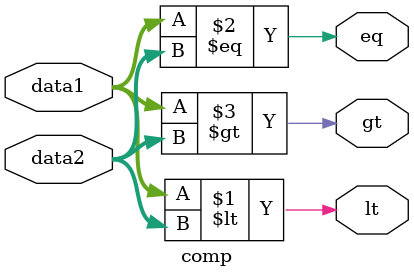
<source format=v>

module comp(lt,gt,eq,data1,data2);
  input [15:0] data1,data2;
  output lt,eq,gt;
  
  assign lt=data1<data2;
  assign eq=data1==data2;
  assign gt=data1>data2;
endmodule

</source>
